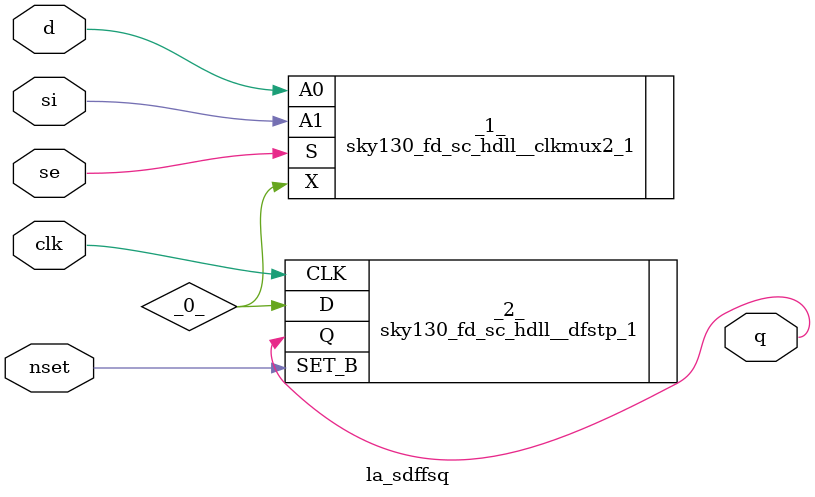
<source format=v>

/* Generated by Yosys 0.44 (git sha1 80ba43d26, g++ 11.4.0-1ubuntu1~22.04 -fPIC -O3) */

(* top =  1  *)
(* src = "generated" *)
module la_sdffsq (
    d,
    si,
    se,
    clk,
    nset,
    q
);
  (* src = "generated" *)
  wire _0_;
  (* src = "generated" *)
  input clk;
  wire clk;
  (* src = "generated" *)
  input d;
  wire d;
  (* src = "generated" *)
  input nset;
  wire nset;
  (* src = "generated" *)
  output q;
  wire q;
  (* src = "generated" *)
  input se;
  wire se;
  (* src = "generated" *)
  input si;
  wire si;
  sky130_fd_sc_hdll__clkmux2_1 _1_ (
      .A0(d),
      .A1(si),
      .S (se),
      .X (_0_)
  );
  (* src = "generated" *)
  sky130_fd_sc_hdll__dfstp_1 _2_ (
      .CLK(clk),
      .D(_0_),
      .Q(q),
      .SET_B(nset)
  );
endmodule

</source>
